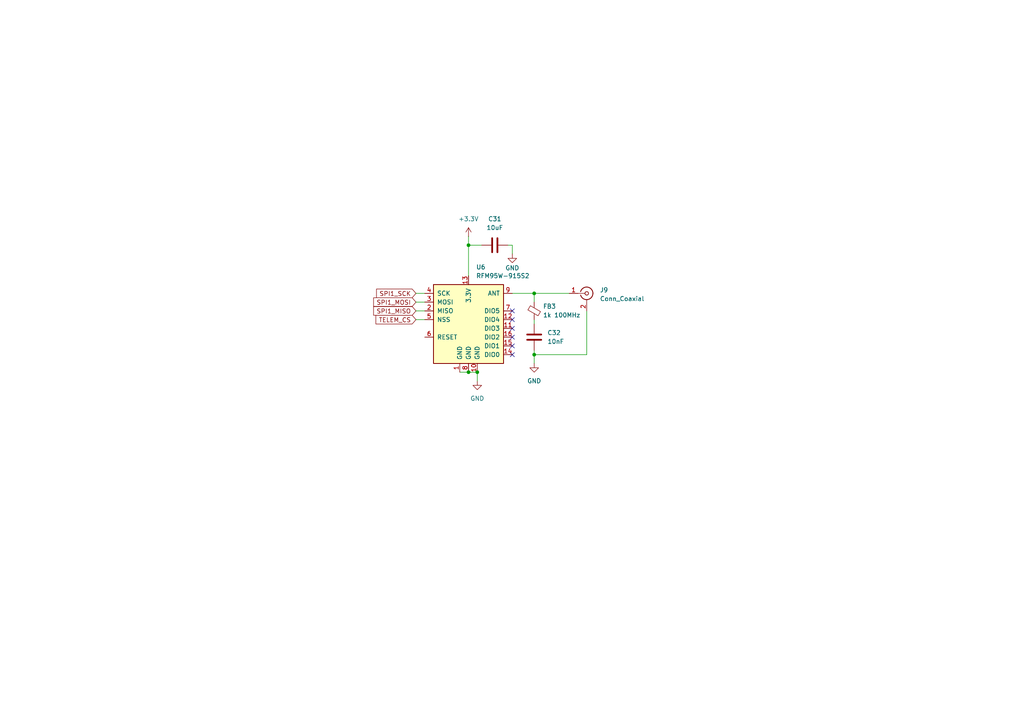
<source format=kicad_sch>
(kicad_sch (version 20231120) (generator "eeschema") (generator_version "8.0")
  (paper "A4")
  (lib_symbols
    (symbol "Connector:Conn_Coaxial" (pin_names (offset 1.016) hide)
      (property "Reference" "J" (at 0.254 3.048 0))
      (property "Value" "Conn_Coaxial" (at 2.921 0 90))
      (symbol "Conn_Coaxial_0_1"
        (arc (start -1.778 -0.508) (mid 0.2311 -1.8066) (end 1.778 0) (stroke (width 0.254)))
        (polyline (pts (xy -2.54 0) (xy -0.508 0)))
        (polyline (pts (xy 0 -2.54) (xy 0 -1.778)))
        (circle (center 0 0) (radius 0.508) (stroke (width 0.2032)))
        (arc (start 1.778 0) (mid 0.2099 1.8101) (end -1.778 0.508) (stroke (width 0.254)))
      )
      (symbol "Conn_Coaxial_1_1"
        (pin passive line (at -5.08 0 0) (length 2.54) (name "In") (number "1"))
        (pin passive line (at 0 -5.08 90) (length 2.54) (name "Ext") (number "2"))
      )
    )
    (symbol "Device:C" (pin_numbers hide) (pin_names (offset 0.254))
      (property "Reference" "C" (at 0.635 2.54 0))
      (property "Value" "C" (at 0.635 -2.54 0))
      (symbol "C_0_1"
        (polyline (pts (xy -2.032 -0.762) (xy 2.032 -0.762)) (stroke (width 0.508)))
        (polyline (pts (xy -2.032 0.762) (xy 2.032 0.762)) (stroke (width 0.508)))
      )
      (symbol "C_1_1"
        (pin passive line (at 0 3.81 270) (length 2.794) (name "~") (number "1"))
        (pin passive line (at 0 -3.81 90) (length 2.794) (name "~") (number "2"))
      )
    )
    (symbol "Device:FerriteBead_Small" (pin_numbers hide) (pin_names (offset 0))
      (property "Reference" "FB" (at 1.905 1.27 0))
      (property "Value" "FerriteBead_Small" (at 1.905 -1.27 0))
      (symbol "FerriteBead_Small_0_1"
        (polyline (pts (xy 0 -1.27) (xy 0 -0.7874)))
        (polyline (pts (xy 0 0.889) (xy 0 1.2954)))
        (polyline (pts (xy -1.8288 0.2794) (xy -1.1176 1.4986) (xy 1.8288 -0.2032) (xy 1.1176 -1.4224) (xy -1.8288 0.2794)))
      )
      (symbol "FerriteBead_Small_1_1"
        (pin passive line (at 0 2.54 270) (length 1.27) (name "~") (number "1"))
        (pin passive line (at 0 -2.54 90) (length 1.27) (name "~") (number "2"))
      )
    )
    (symbol "RF_Module:RFM95W-915S2" (pin_names (offset 1.016))
      (property "Reference" "U" (at -10.414 11.684 0))
      (property "Value" "RFM95W-915S2" (at 1.524 11.43 0))
      (symbol "RFM95W-915S2_0_1"
        (rectangle (start -10.16 10.16) (end 10.16 -12.7) (stroke (width 0.254)) (fill (type background)))
      )
      (symbol "RFM95W-915S2_1_1"
        (pin power_in line (at -2.54 -15.24 90) (length 2.54) (name "GND") (number "1"))
        (pin power_in line (at 2.54 -15.24 90) (length 2.54) (name "GND") (number "10"))
        (pin bidirectional line (at 12.7 -2.54 180) (length 2.54) (name "DIO3") (number "11"))
        (pin bidirectional line (at 12.7 0 180) (length 2.54) (name "DIO4") (number "12"))
        (pin power_in line (at 0 12.7 270) (length 2.54) (name "3.3V") (number "13"))
        (pin bidirectional line (at 12.7 -10.16 180) (length 2.54) (name "DIO0") (number "14"))
        (pin bidirectional line (at 12.7 -7.62 180) (length 2.54) (name "DIO1") (number "15"))
        (pin bidirectional line (at 12.7 -5.08 180) (length 2.54) (name "DIO2") (number "16"))
        (pin output line (at -12.7 2.54 0) (length 2.54) (name "MISO") (number "2"))
        (pin input line (at -12.7 5.08 0) (length 2.54) (name "MOSI") (number "3"))
        (pin input line (at -12.7 7.62 0) (length 2.54) (name "SCK") (number "4"))
        (pin input line (at -12.7 0 0) (length 2.54) (name "NSS") (number "5"))
        (pin bidirectional line (at -12.7 -5.08 0) (length 2.54) (name "RESET") (number "6"))
        (pin bidirectional line (at 12.7 2.54 180) (length 2.54) (name "DIO5") (number "7"))
        (pin power_in line (at 0 -15.24 90) (length 2.54) (name "GND") (number "8"))
        (pin bidirectional line (at 12.7 7.62 180) (length 2.54) (name "ANT") (number "9"))
      )
    )
    (symbol "power:+3.3V" (power) (pin_numbers hide) (pin_names (offset 0) hide)
      (property "Value" "+3.3V" (at 0 3.556 0))
      (symbol "+3.3V_0_1"
        (polyline (pts (xy -0.762 1.27) (xy 0 2.54)))
        (polyline (pts (xy 0 0) (xy 0 2.54)))
        (polyline (pts (xy 0 2.54) (xy 0.762 1.27)))
      )
      (symbol "+3.3V_1_1"
        (pin power_in line (at 0 0 90) (length 0) (name "~") (number "1"))
      )
    )
    (symbol "power:GND" (power) (pin_numbers hide) (pin_names (offset 0) hide)
      (property "Value" "GND" (at 0 -3.81 0))
      (symbol "GND_0_1"
        (polyline (pts (xy 0 0) (xy 0 -1.27) (xy 1.27 -1.27) (xy 0 -2.54) (xy -1.27 -1.27) (xy 0 -1.27)))
      )
      (symbol "GND_1_1"
        (pin power_in line (at 0 0 270) (length 0) (name "~") (number "1"))
      )
    )
  )
  (junction (at 154.94 85.09))
  (junction (at 135.89 107.95))
  (junction (at 135.89 71.12))
  (junction (at 138.43 107.95))
  (junction (at 154.94 102.87))
  (no_connect (at 148.59 97.79))
  (no_connect (at 148.59 90.17))
  (no_connect (at 148.59 102.87))
  (no_connect (at 148.59 92.71))
  (no_connect (at 148.59 95.25))
  (no_connect (at 148.59 100.33))
  (wire (pts (xy 120.65 85.09) (xy 123.19 85.09)))
  (wire (pts (xy 170.18 90.17) (xy 170.18 102.87)))
  (wire (pts (xy 154.94 85.09) (xy 165.1 85.09)))
  (wire (pts (xy 120.65 92.71) (xy 123.19 92.71)))
  (wire (pts (xy 135.89 71.12) (xy 135.89 80.01)))
  (wire (pts (xy 154.94 101.6) (xy 154.94 102.87)))
  (wire (pts (xy 133.35 107.95) (xy 135.89 107.95)))
  (wire (pts (xy 147.32 71.12) (xy 148.59 71.12)))
  (wire (pts (xy 120.65 90.17) (xy 123.19 90.17)))
  (wire (pts (xy 154.94 93.98) (xy 154.94 92.71)))
  (wire (pts (xy 135.89 71.12) (xy 139.7 71.12)))
  (wire (pts (xy 138.43 107.95) (xy 138.43 110.49)))
  (wire (pts (xy 154.94 87.63) (xy 154.94 85.09)))
  (wire (pts (xy 148.59 85.09) (xy 154.94 85.09)))
  (wire (pts (xy 135.89 68.58) (xy 135.89 71.12)))
  (wire (pts (xy 120.65 87.63) (xy 123.19 87.63)))
  (wire (pts (xy 135.89 107.95) (xy 138.43 107.95)))
  (wire (pts (xy 170.18 102.87) (xy 154.94 102.87)))
  (wire (pts (xy 154.94 102.87) (xy 154.94 105.41)))
  (wire (pts (xy 148.59 71.12) (xy 148.59 73.66)))
  (global_label "SPI1_SCK" (shape input) (at 120.65 85.09 180) (property "Intersheetrefs" "${INTERSHEET_REFS}" (effects (hide yes))))
  (global_label "TELEM_CS" (shape input) (at 120.65 92.71 180) (property "Intersheetrefs" "${INTERSHEET_REFS}" (effects (hide yes))))
  (global_label "SPI1_MOSI" (shape input) (at 120.65 87.63 180) (property "Intersheetrefs" "${INTERSHEET_REFS}" (effects (hide yes))))
  (global_label "SPI1_MISO" (shape input) (at 120.65 90.17 180) (property "Intersheetrefs" "${INTERSHEET_REFS}" (effects (hide yes))))
  (symbol (lib_id "Device:FerriteBead_Small") (at 154.94 90.17 0) (unit 1)
    (property "Reference" "FB3" (at 157.48 88.8618 0) (effects (justify left)))
    (property "Value" "1k 100MHz" (at 157.48 91.4018 0) (effects (justify left)))
    (property "Footprint" "Capacitor_SMD:C_0603_1608Metric" (effects (hide yes)))
    (property "Datasheet" "https://www.mouser.com/datasheet/2/281/ENFA0004-1915711.pdf" (effects (hide yes)))
    (property "Description" "Ferrite bead, small symbol" (effects (hide yes)))
  )
  (symbol (lib_id "power:GND") (at 148.59 73.66 0) (unit 1)
    (property "Reference" "#PWR064" (effects (hide yes)))
    (property "Value" "GND" (at 148.59 77.724 0))
    (property "Description" "Power symbol creates a global label with name \"GND\" , ground" (effects (hide yes)))
  )
  (symbol (lib_id "Connector:Conn_Coaxial") (at 170.18 85.09 0) (unit 1)
    (property "Reference" "J9" (at 173.99 84.1131 0) (effects (justify left)))
    (property "Value" "Conn_Coaxial" (at 173.99 86.6531 0) (effects (justify left)))
    (property "Footprint" "Connector_Coaxial:U.FL_Hirose_U.FL-R-SMT-1_Vertical" (effects (hide yes)))
    (property "Description" "coaxial connector (BNC, SMA, SMB, SMC, Cinch/RCA, LEMO, ...)" (effects (hide yes)))
  )
  (symbol (lib_id "Device:C") (at 154.94 97.79 0) (unit 1)
    (property "Reference" "C32" (at 158.75 96.5199 0) (effects (justify left)))
    (property "Value" "10nF" (at 158.75 99.0599 0) (effects (justify left)))
    (property "Footprint" "Capacitor_SMD:C_0402_1005Metric" (effects (hide yes)))
    (property "Description" "Unpolarized capacitor" (effects (hide yes)))
  )
  (symbol (lib_id "power:+3.3V") (at 135.89 68.58 0) (unit 1)
    (property "Reference" "#PWR062" (effects (hide yes)))
    (property "Value" "+3.3V" (at 135.89 63.5 0))
    (property "Description" "Power symbol creates a global label with name \"+3.3V\"" (effects (hide yes)))
  )
  (symbol (lib_id "power:GND") (at 154.94 105.41 0) (unit 1)
    (property "Reference" "#PWR065" (effects (hide yes)))
    (property "Value" "GND" (at 154.94 110.49 0))
    (property "Description" "Power symbol creates a global label with name \"GND\" , ground" (effects (hide yes)))
  )
  (symbol (lib_id "Device:C") (at 143.51 71.12 90) (unit 1)
    (property "Reference" "C31" (at 143.51 63.5 90))
    (property "Value" "10uF" (at 143.51 66.04 90))
    (property "Footprint" "Capacitor_SMD:C_0402_1005Metric" (effects (hide yes)))
    (property "Description" "Unpolarized capacitor" (effects (hide yes)))
  )
  (symbol (lib_id "RF_Module:RFM95W-915S2") (at 135.89 92.71 0) (unit 1)
    (property "Reference" "U6" (at 138.0841 77.47 0) (effects (justify left)))
    (property "Value" "RFM95W-915S2" (at 138.0841 80.01 0) (effects (justify left)))
    (property "Footprint" "RF_Module:HOPERF_RFM9XW_SMD" (effects (hide yes)))
    (property "Datasheet" "https://www.hoperf.com/data/upload/portal/20181127/5bfcbea20e9ef.pdf" (effects (hide yes)))
    (property "Description" "Low power long range transceiver module, SPI and parallel interface, 915 MHz, spreading factor 6 to12, bandwidth 7.8 to 500kHz, -111 to -148 dBm, SMD-16, DIP-16" (effects (hide yes)))
  )
  (symbol (lib_id "power:GND") (at 138.43 110.49 0) (unit 1)
    (property "Reference" "#PWR063" (effects (hide yes)))
    (property "Value" "GND" (at 138.43 115.57 0))
    (property "Description" "Power symbol creates a global label with name \"GND\" , ground" (effects (hide yes)))
  )
)
</source>
